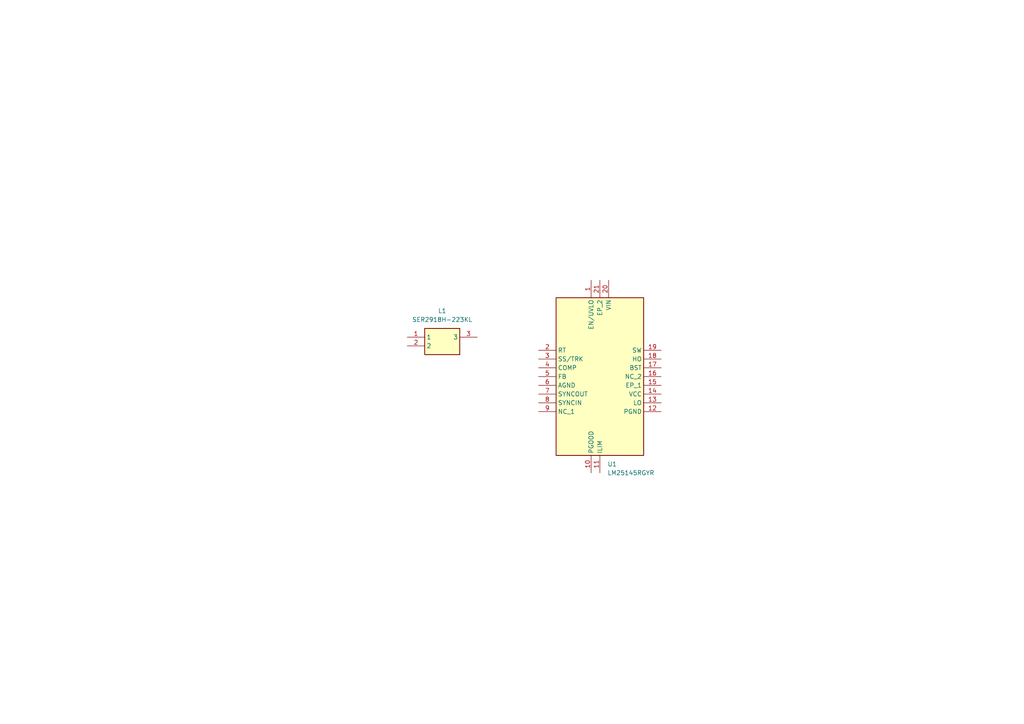
<source format=kicad_sch>
(kicad_sch (version 20230121) (generator eeschema)
  (paper "A4")
  (lib_symbols
    (symbol "LM25145RGYR:LM25145RGYR"
      (property "Reference" "IC" (at 31.75 20.32 0))
      (property "Value" "LM25145RGYR" (at 31.75 17.78 0))
      (symbol "LM25145RGYR_1_1"
        (rectangle (start 5.08 15.24) (end 30.48 -30.48) (stroke (width 0.254)) (fill (type background)))
        (pin passive line (at 15.24 20.32 270) (length 5.08) (name "EN/UVLO") (number "1"))
        (pin passive line (at 15.24 -35.56 90) (length 5.08) (name "PGOOD") (number "10"))
        (pin passive line (at 17.78 -35.56 90) (length 5.08) (name "ILIM") (number "11"))
        (pin passive line (at 35.56 -17.78 180) (length 5.08) (name "PGND") (number "12"))
        (pin passive line (at 35.56 -15.24 180) (length 5.08) (name "LO") (number "13"))
        (pin passive line (at 35.56 -12.7 180) (length 5.08) (name "VCC") (number "14"))
        (pin passive line (at 35.56 -10.16 180) (length 5.08) (name "EP_1") (number "15"))
        (pin passive line (at 35.56 -7.62 180) (length 5.08) (name "NC_2") (number "16"))
        (pin passive line (at 35.56 -5.08 180) (length 5.08) (name "BST") (number "17"))
        (pin passive line (at 35.56 -2.54 180) (length 5.08) (name "HO") (number "18"))
        (pin passive line (at 35.56 0 180) (length 5.08) (name "SW") (number "19"))
        (pin passive line (at 0 0 0) (length 5.08) (name "RT") (number "2"))
        (pin passive line (at 20.32 20.32 270) (length 5.08) (name "VIN") (number "20"))
        (pin passive line (at 17.78 20.32 270) (length 5.08) (name "EP_2") (number "21"))
        (pin passive line (at 0 -2.54 0) (length 5.08) (name "SS/TRK") (number "3"))
        (pin passive line (at 0 -5.08 0) (length 5.08) (name "COMP") (number "4"))
        (pin passive line (at 0 -7.62 0) (length 5.08) (name "FB") (number "5"))
        (pin passive line (at 0 -10.16 0) (length 5.08) (name "AGND") (number "6"))
        (pin passive line (at 0 -12.7 0) (length 5.08) (name "SYNCOUT") (number "7"))
        (pin passive line (at 0 -15.24 0) (length 5.08) (name "SYNCIN") (number "8"))
        (pin passive line (at 0 -17.78 0) (length 5.08) (name "NC_1") (number "9"))
      )
    )
    (symbol "SER2918H-223KL:SER2918H-223KL"
      (property "Reference" "L" (at 16.51 7.62 0))
      (property "Value" "SER2918H-223KL" (at 16.51 5.08 0))
      (symbol "SER2918H-223KL_1_1"
        (rectangle (start 5.08 2.54) (end 15.24 -5.08) (stroke (width 0.254)) (fill (type background)))
        (pin passive line (at 0 0 0) (length 5.08) (name "1") (number "1"))
        (pin passive line (at 0 -2.54 0) (length 5.08) (name "2") (number "2"))
        (pin passive line (at 20.32 0 180) (length 5.08) (name "3") (number "3"))
      )
    )
  )
  (symbol (lib_id "LM25145RGYR:LM25145RGYR") (at 156.21 101.6 0) (unit 1)
    (property "Reference" "U1" (at 176.1841 134.62 0) (effects (justify left)))
    (property "Value" "LM25145RGYR" (at 176.1841 137.16 0) (effects (justify left)))
    (property "Footprint" "RGY0020B" (effects hide))
    (property "Datasheet" "http://www.ti.com/lit/ds/symlink/lm25145.pdf" (effects hide))
    (property "Mouser Part Number" "595-LM25145RGYR" (effects hide))
    (property "Mouser Price/Stock" "https://www.mouser.co.uk/ProductDetail/Texas-Instruments/LM25145RGYR?qs=HXFqYaX1Q2xVAiMeaqYHGA%3D%3D" (effects hide))
    (property "Manufacturer_Name" "Texas Instruments" (effects hide))
    (property "Manufacturer_Part_Number" "LM25145RGYR" (effects hide))
  )
  (symbol (lib_id "SER2918H-223KL:SER2918H-223KL") (at 118.11 97.79 0) (unit 1)
    (property "Reference" "L1" (at 128.27 90.17 0))
    (property "Value" "SER2918H-223KL" (at 128.27 92.71 0))
    (property "Footprint" "SER2918H223KL" (effects hide))
    (property "Datasheet" "https://www.coilcraft.com/getmedia/a2805f49-c9b8-42c0-9939-b2d75eed7288/ser2900.pdf" (effects hide))
    (property "Height" "17.78" (effects hide))
    (property "Mouser Part Number" "994-SER2918H-223KL" (effects hide))
    (property "Mouser Price/Stock" "https://www.mouser.co.uk/ProductDetail/Coilcraft/SER2918H-223KL?qs=zCSbvcPd3pbugGZO%2F8SqDw%3D%3D" (effects hide))
    (property "Manufacturer_Name" "COILCRAFT" (effects hide))
    (property "Manufacturer_Part_Number" "SER2918H-223KL" (effects hide))
  )
)
</source>
